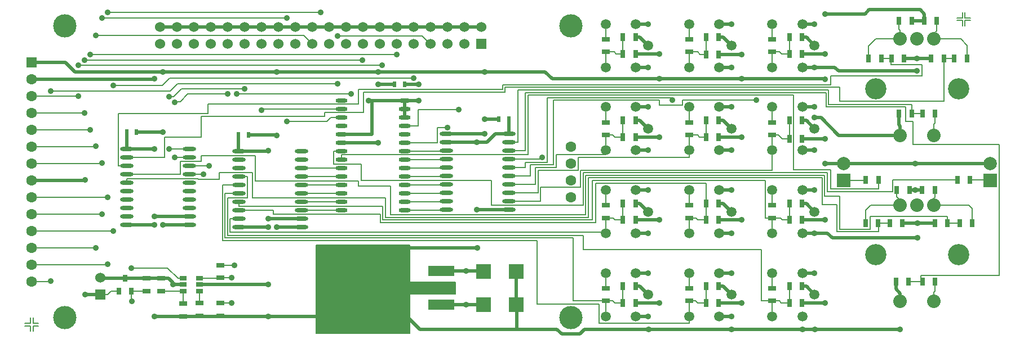
<source format=gbl>
G04 #@! TF.FileFunction,Copper,L2,Bot,Signal*
%FSLAX46Y46*%
G04 Gerber Fmt 4.6, Leading zero omitted, Abs format (unit mm)*
G04 Created by KiCad (PCBNEW 4.0.6) date 11/21/17 15:35:42*
%MOMM*%
%LPD*%
G01*
G04 APERTURE LIST*
%ADD10C,0.100000*%
%ADD11C,0.203200*%
%ADD12C,3.500000*%
%ADD13R,1.600000X1.600000*%
%ADD14C,1.600000*%
%ADD15C,3.200000*%
%ADD16C,2.032000*%
%ADD17R,2.000000X2.000000*%
%ADD18C,2.000000*%
%ADD19C,1.500000*%
%ADD20O,2.000000X0.600000*%
%ADD21O,1.800000X0.600000*%
%ADD22R,0.700000X1.300000*%
%ADD23C,1.524000*%
%ADD24R,1.524000X1.524000*%
%ADD25R,1.300000X0.700000*%
%ADD26R,0.800000X1.000000*%
%ADD27R,1.000000X0.700000*%
%ADD28R,2.300000X2.250000*%
%ADD29R,0.600000X0.900000*%
%ADD30R,10.000000X10.000000*%
%ADD31R,4.000000X1.500000*%
%ADD32C,0.914400*%
%ADD33C,0.508000*%
%ADD34C,0.200000*%
G04 APERTURE END LIST*
D10*
D11*
X1796800Y1796800D02*
X984000Y1796800D01*
X1796800Y1796800D02*
X1796800Y984000D01*
X2203200Y2203200D02*
X2203200Y3016000D01*
X2203200Y2203200D02*
X3016000Y2203200D01*
X2203200Y1796800D02*
X2203200Y984000D01*
X2203200Y1796800D02*
X3016000Y1796800D01*
X1796800Y2203200D02*
X984000Y2203200D01*
X1796800Y2203200D02*
X1796800Y3016000D01*
X141796800Y47796800D02*
X140984000Y47796800D01*
X141796800Y47796800D02*
X141796800Y46984000D01*
X142203200Y48203200D02*
X142203200Y49016000D01*
X142203200Y48203200D02*
X143016000Y48203200D01*
X142203200Y47796800D02*
X142203200Y46984000D01*
X142203200Y47796800D02*
X143016000Y47796800D01*
X141796800Y48203200D02*
X140984000Y48203200D01*
X141796800Y48203200D02*
X141796800Y49016000D01*
D12*
X6920000Y47000000D03*
X83000000Y47000000D03*
X83000000Y3000000D03*
X6920000Y3000000D03*
D13*
X2000000Y41510000D03*
D14*
X2000000Y38970000D03*
X2000000Y36430000D03*
X2000000Y33890000D03*
X2000000Y31350000D03*
X2000000Y28810000D03*
X2000000Y26270000D03*
X2000000Y23730000D03*
X2000000Y21190000D03*
X2000000Y18650000D03*
X2000000Y16110000D03*
X2000000Y13570000D03*
X2000000Y11030000D03*
X2000000Y8490000D03*
X83000000Y28810000D03*
X83000000Y26270000D03*
X83000000Y23730000D03*
X83000000Y21190000D03*
D15*
X128750000Y37500000D03*
X141250000Y37500000D03*
D16*
X137540000Y45000000D03*
X135000000Y45000000D03*
X132460000Y45000000D03*
X132460000Y30500000D03*
X137540000Y30500000D03*
D17*
X124000000Y23700000D03*
D18*
X124000000Y26240000D03*
D17*
X146000000Y23700000D03*
D18*
X146000000Y26240000D03*
D19*
X100750000Y40750000D03*
X100750000Y47250000D03*
X105250000Y40750000D03*
X105250000Y47250000D03*
X107100000Y44000000D03*
X113250000Y40750000D03*
X113250000Y47250000D03*
X117750000Y40750000D03*
X117750000Y47250000D03*
X119600000Y44000000D03*
X88250000Y28250000D03*
X88250000Y34750000D03*
X92750000Y28250000D03*
X92750000Y34750000D03*
X94600000Y31500000D03*
X100750000Y28250000D03*
X100750000Y34750000D03*
X105250000Y28250000D03*
X105250000Y34750000D03*
X107100000Y31500000D03*
X113250000Y28250000D03*
X113250000Y34750000D03*
X117750000Y28250000D03*
X117750000Y34750000D03*
X119600000Y31500000D03*
X88250000Y15750000D03*
X88250000Y22250000D03*
X92750000Y15750000D03*
X92750000Y22250000D03*
X94600000Y19000000D03*
X100750000Y15750000D03*
X100750000Y22250000D03*
X105250000Y15750000D03*
X105250000Y22250000D03*
X107100000Y19000000D03*
X113250000Y15750000D03*
X113250000Y22250000D03*
X117750000Y15750000D03*
X117750000Y22250000D03*
X119600000Y19000000D03*
X100750000Y3250000D03*
X100750000Y9750000D03*
X105250000Y3250000D03*
X105250000Y9750000D03*
X107100000Y6500000D03*
D20*
X73700000Y30715000D03*
X73700000Y29445000D03*
X73700000Y28175000D03*
X73700000Y26905000D03*
X73700000Y25635000D03*
X73700000Y24365000D03*
X73700000Y23095000D03*
X73700000Y21825000D03*
X73700000Y20555000D03*
X73700000Y19285000D03*
X64300000Y19285000D03*
X64300000Y20555000D03*
X64300000Y21825000D03*
X64300000Y23095000D03*
X64300000Y24365000D03*
X64300000Y25635000D03*
X64300000Y26905000D03*
X64300000Y28175000D03*
X64300000Y29445000D03*
X64300000Y30715000D03*
X33100000Y16685000D03*
X33100000Y17955000D03*
X33100000Y19225000D03*
X33100000Y20495000D03*
X33100000Y21765000D03*
X33100000Y23035000D03*
X33100000Y24305000D03*
X33100000Y25575000D03*
X33100000Y26845000D03*
X33100000Y28115000D03*
X42500000Y28115000D03*
X42500000Y26845000D03*
X42500000Y25575000D03*
X42500000Y24305000D03*
X42500000Y23035000D03*
X42500000Y21765000D03*
X42500000Y20495000D03*
X42500000Y19225000D03*
X42500000Y17955000D03*
X42500000Y16685000D03*
D21*
X48500000Y19245000D03*
X48500000Y20515000D03*
X48500000Y21785000D03*
X48500000Y23055000D03*
X48500000Y24325000D03*
X48500000Y25595000D03*
X48500000Y26865000D03*
X48500000Y28135000D03*
X48500000Y29405000D03*
X48500000Y30675000D03*
X48500000Y31945000D03*
X48500000Y33215000D03*
X48500000Y34485000D03*
X48500000Y35755000D03*
X58000000Y35755000D03*
X58000000Y34485000D03*
X58000000Y33215000D03*
X58000000Y31945000D03*
X58000000Y30675000D03*
X58000000Y29405000D03*
X58000000Y28135000D03*
X58000000Y26865000D03*
X58000000Y25595000D03*
X58000000Y24325000D03*
X58000000Y23055000D03*
X58000000Y21785000D03*
X58000000Y20515000D03*
X58000000Y19245000D03*
D22*
X90800000Y45250000D03*
X92700000Y45250000D03*
X103300000Y45250000D03*
X105200000Y45250000D03*
X115800000Y45250000D03*
X117700000Y45250000D03*
X90800000Y32750000D03*
X92700000Y32750000D03*
X103300000Y32750000D03*
X105200000Y32750000D03*
X115800000Y32750000D03*
X117700000Y32750000D03*
X90800000Y20250000D03*
X92700000Y20250000D03*
X103300000Y20250000D03*
X105200000Y20250000D03*
X115800000Y20250000D03*
X117700000Y20250000D03*
X90800000Y7750000D03*
X92700000Y7750000D03*
X139000000Y42100000D03*
X137100000Y42100000D03*
X131150000Y42100000D03*
X133050000Y42100000D03*
X139550000Y17300000D03*
X137650000Y17300000D03*
X130900000Y17300000D03*
X132800000Y17300000D03*
D23*
X69500000Y46790000D03*
D24*
X69500000Y44250000D03*
D23*
X66960000Y46790000D03*
X66960000Y44250000D03*
X64420000Y46790000D03*
X64420000Y44250000D03*
X61880000Y46790000D03*
X61880000Y44250000D03*
X59340000Y46790000D03*
X59340000Y44250000D03*
X56800000Y46790000D03*
X56800000Y44250000D03*
X54260000Y46790000D03*
X54260000Y44250000D03*
X51720000Y46790000D03*
X51720000Y44250000D03*
X49180000Y46790000D03*
X49180000Y44250000D03*
X46640000Y46790000D03*
X46640000Y44250000D03*
X44100000Y46790000D03*
X44100000Y44250000D03*
X41560000Y46790000D03*
X41560000Y44250000D03*
X39020000Y46790000D03*
X39020000Y44250000D03*
X36480000Y46790000D03*
X36480000Y44250000D03*
X33940000Y46790000D03*
X33940000Y44250000D03*
X31400000Y46790000D03*
X31400000Y44250000D03*
X28860000Y46790000D03*
X28860000Y44250000D03*
X26320000Y46790000D03*
X26320000Y44250000D03*
X23780000Y46790000D03*
X23780000Y44250000D03*
X21240000Y46790000D03*
X21240000Y44250000D03*
D22*
X136050000Y47750000D03*
X137950000Y47750000D03*
X134200000Y47750000D03*
X132300000Y47750000D03*
X135750000Y22300000D03*
X137650000Y22300000D03*
X133850000Y22300000D03*
X131950000Y22300000D03*
X92700000Y42750000D03*
X90800000Y42750000D03*
X105200000Y42700000D03*
X103300000Y42700000D03*
X117700000Y42750000D03*
X115800000Y42750000D03*
X92700000Y30250000D03*
X90800000Y30250000D03*
X105200000Y30250000D03*
X103300000Y30250000D03*
X117700000Y30000000D03*
X115800000Y30000000D03*
X92700000Y17750000D03*
X90800000Y17750000D03*
X105200000Y17750000D03*
X103300000Y17750000D03*
X117700000Y17750000D03*
X115800000Y17750000D03*
X92700000Y5250000D03*
X90800000Y5250000D03*
X137700000Y33750000D03*
X135800000Y33750000D03*
X137700000Y8500000D03*
X135800000Y8500000D03*
D25*
X88250000Y44950000D03*
X88250000Y43050000D03*
X100750000Y44950000D03*
X100750000Y43050000D03*
X113250000Y44950000D03*
X113250000Y43050000D03*
X88250000Y32450000D03*
X88250000Y30550000D03*
X100750000Y32450000D03*
X100750000Y30550000D03*
X113250000Y32450000D03*
X113250000Y30550000D03*
X88250000Y19950000D03*
X88250000Y18050000D03*
X100750000Y19950000D03*
X100750000Y18050000D03*
X113250000Y19950000D03*
X113250000Y18050000D03*
X88250000Y7450000D03*
X88250000Y5550000D03*
D22*
X142500000Y42100000D03*
X140600000Y42100000D03*
X127700000Y42100000D03*
X129600000Y42100000D03*
X143300000Y17300000D03*
X141400000Y17300000D03*
X127250000Y17300000D03*
X129150000Y17300000D03*
X105200000Y5250000D03*
X103300000Y5250000D03*
D15*
X128750000Y12500000D03*
X141250000Y12500000D03*
D16*
X137540000Y20000000D03*
X135000000Y20000000D03*
X132460000Y20000000D03*
X132460000Y5500000D03*
X137540000Y5500000D03*
D19*
X88250000Y3250000D03*
X88250000Y9750000D03*
X92750000Y3250000D03*
X92750000Y9750000D03*
X94600000Y6500000D03*
D22*
X134200000Y33750000D03*
X132300000Y33750000D03*
X133700000Y8500000D03*
X131800000Y8500000D03*
X103300000Y7750000D03*
X105200000Y7750000D03*
X115800000Y7750000D03*
X117700000Y7750000D03*
D23*
X12250000Y9040000D03*
D24*
X12250000Y6500000D03*
D26*
X16000000Y9000000D03*
X16950000Y7000000D03*
X15050000Y7000000D03*
D25*
X100750000Y7450000D03*
X100750000Y5550000D03*
D22*
X117700000Y5250000D03*
X115800000Y5250000D03*
D25*
X113250000Y7450000D03*
X113250000Y5550000D03*
D19*
X88250000Y40750000D03*
X88250000Y47250000D03*
X92750000Y40750000D03*
X92750000Y47250000D03*
X94600000Y44000000D03*
X113250000Y3250000D03*
X113250000Y9750000D03*
X117750000Y3250000D03*
X117750000Y9750000D03*
X119600000Y6500000D03*
D20*
X16300000Y17035000D03*
X16300000Y18305000D03*
X16300000Y19575000D03*
X16300000Y20845000D03*
X16300000Y22115000D03*
X16300000Y23385000D03*
X16300000Y24655000D03*
X16300000Y25925000D03*
X16300000Y27195000D03*
X16300000Y28465000D03*
X25700000Y28465000D03*
X25700000Y27195000D03*
X25700000Y25925000D03*
X25700000Y24655000D03*
X25700000Y23385000D03*
X25700000Y22115000D03*
X25700000Y20845000D03*
X25700000Y19575000D03*
X25700000Y18305000D03*
X25700000Y17035000D03*
D27*
X27150000Y8950000D03*
X27150000Y8000000D03*
X27150000Y7050000D03*
X24750000Y7050000D03*
X24750000Y8000000D03*
X24750000Y8950000D03*
D25*
X19250000Y7050000D03*
X19250000Y8950000D03*
X30300000Y10950000D03*
X30300000Y9050000D03*
X30300000Y5200000D03*
X30300000Y3300000D03*
X27150000Y5200000D03*
X27150000Y3300000D03*
X21450000Y7050000D03*
X21450000Y8950000D03*
X24750000Y5150000D03*
X24750000Y3250000D03*
D22*
X129200000Y23750000D03*
X127300000Y23750000D03*
X141050000Y23750000D03*
X142950000Y23750000D03*
D28*
X69850000Y10000000D03*
X74750000Y10000000D03*
X69850000Y5000000D03*
X74750000Y5000000D03*
D29*
X72150000Y32900000D03*
X73650000Y32900000D03*
X56500000Y38150000D03*
X58000000Y38150000D03*
X34550000Y30550000D03*
X33050000Y30550000D03*
D30*
X53550000Y7500000D03*
D31*
X63550000Y10040000D03*
X63550000Y4960000D03*
X63550000Y7500000D03*
D29*
X17750000Y31000000D03*
X16250000Y31000000D03*
D32*
X57500000Y13500000D03*
X55500000Y13500000D03*
X51500000Y13500000D03*
X49500000Y13500000D03*
X47450000Y5500000D03*
X47450000Y7500000D03*
X47450000Y9500000D03*
X47450000Y11500000D03*
X45500000Y3250000D03*
X45500000Y5500000D03*
X45500000Y7500000D03*
X45500000Y9500000D03*
X45500000Y11500000D03*
X55500000Y1500000D03*
X53500000Y1500000D03*
X51500000Y1500000D03*
X49500000Y1500000D03*
X47500000Y1500000D03*
X47450000Y3500000D03*
X47450000Y13500000D03*
X57450000Y1500000D03*
X45450000Y1500000D03*
X45450000Y13500000D03*
X119600000Y33150000D03*
X60150000Y35750000D03*
X60150000Y38150000D03*
X135000000Y40200000D03*
X135000000Y42100000D03*
X135050000Y15050000D03*
X135050000Y17300000D03*
X119600000Y34750000D03*
X107100000Y34800000D03*
X94600000Y34800000D03*
X94600000Y22250000D03*
X107100000Y22250000D03*
X119600000Y22250000D03*
X119600000Y9750000D03*
X107100000Y9750000D03*
X94600000Y9750000D03*
X94600000Y3250000D03*
X107100000Y3250000D03*
X119600000Y15750000D03*
X107100000Y15750000D03*
X94600000Y15750000D03*
X119600000Y28250000D03*
X107100000Y28250000D03*
X94600000Y28250000D03*
X107100000Y40750000D03*
X119600000Y40750000D03*
X119600000Y47250000D03*
X107100000Y47250000D03*
X68850000Y19300000D03*
X68850000Y29450000D03*
X68950000Y13500000D03*
X52650000Y13500000D03*
X52550000Y35750000D03*
X37500000Y8000000D03*
X20400000Y39000000D03*
X37500000Y17950000D03*
X37500000Y16700000D03*
X37500000Y3250000D03*
X37500000Y28150000D03*
X20400000Y18300000D03*
X20400000Y17050000D03*
X20400000Y28450000D03*
X20400000Y3250000D03*
X94600000Y47250000D03*
X94600000Y40750000D03*
X94650000Y1250000D03*
X107100000Y1250000D03*
X119650000Y1300000D03*
X117750000Y1300000D03*
X132400000Y1300000D03*
X78662100Y27156000D03*
X98252000Y35805600D03*
X110819200Y35805200D03*
X13400000Y11050000D03*
X45400000Y49050000D03*
X13400000Y49050000D03*
X13400000Y21200000D03*
X12550000Y18650000D03*
X40300000Y48150000D03*
X12550000Y48150000D03*
X12550000Y26300000D03*
X11650000Y13550000D03*
X11650000Y45550000D03*
X11650000Y28850000D03*
X56800000Y42650000D03*
X10800000Y42700000D03*
X10800000Y31350000D03*
X51700000Y41850000D03*
X9900000Y41850000D03*
X9900000Y33900000D03*
X54600000Y41050000D03*
X9000000Y41050000D03*
X9000000Y36400000D03*
X21700000Y17050000D03*
X121200000Y48800000D03*
X134750000Y22300000D03*
X134750000Y26250000D03*
X121200000Y26250000D03*
X121200000Y30000000D03*
X121200000Y17750000D03*
X121200000Y5250000D03*
X108600000Y30250000D03*
X108600000Y17750000D03*
X108600000Y5250000D03*
X108600000Y39000000D03*
X108600000Y42700000D03*
X96250000Y30250000D03*
X96250000Y17750000D03*
X96250000Y5250000D03*
X96250000Y39000000D03*
X96250000Y42750000D03*
X121200000Y38950000D03*
X121200000Y42750000D03*
X54000000Y38150000D03*
X70000000Y32900000D03*
X70000000Y30700000D03*
X54000000Y40050000D03*
X54000000Y29400000D03*
X21700000Y31000000D03*
X38750000Y30500000D03*
X38750000Y40050000D03*
X38750000Y16650000D03*
X21700000Y40050000D03*
X23250000Y8000000D03*
X67250000Y4960000D03*
X70000000Y40050000D03*
X66165900Y34357000D03*
X64420000Y31696900D03*
X36500000Y34300000D03*
X33950000Y37500000D03*
X22650000Y36350000D03*
X22650000Y28450000D03*
X31400000Y36700000D03*
X23500000Y35500000D03*
X23500000Y27200000D03*
X28600000Y25900000D03*
X27800000Y24650000D03*
X10000000Y6500000D03*
X10000000Y23750000D03*
X59350000Y39100000D03*
X14250000Y38000000D03*
X14250000Y16100000D03*
X47900000Y45500000D03*
X47900000Y38300000D03*
X4850000Y37200000D03*
X4850000Y8550000D03*
X50000000Y36700000D03*
X32800000Y36700000D03*
X32400000Y10950000D03*
X17000000Y5500000D03*
X16950000Y10500000D03*
X32050000Y5200000D03*
X32050000Y9050000D03*
X67200000Y10050000D03*
X40300000Y32600000D03*
D33*
X47450000Y13500000D02*
X47450000Y11500000D01*
X47450000Y11500000D02*
X47450000Y9500000D01*
X47450000Y9500000D02*
X47450000Y7500000D01*
X47450000Y7500000D02*
X47450000Y5500000D01*
X47450000Y5500000D02*
X47450000Y3500000D01*
X45450000Y1500000D02*
X47500000Y1500000D01*
X47500000Y1500000D02*
X49500000Y1500000D01*
X49500000Y1500000D02*
X51500000Y1500000D01*
X51500000Y1500000D02*
X53500000Y1500000D01*
X53500000Y1500000D02*
X55500000Y1500000D01*
X55500000Y1500000D02*
X57450000Y1500000D01*
X52650000Y13500000D02*
X51500000Y13500000D01*
X51500000Y13500000D02*
X49500000Y13500000D01*
X49500000Y13500000D02*
X47450000Y13500000D01*
X47450000Y13500000D02*
X45450000Y13500000D01*
X120550000Y33150000D02*
X119600000Y33150000D01*
X123200000Y30500000D02*
X120550000Y33150000D01*
X132460000Y30500000D02*
X123200000Y30500000D01*
X58000000Y38150000D02*
X60150000Y38150000D01*
X60145000Y35755000D02*
X58000000Y35755000D01*
X60150000Y35750000D02*
X60145000Y35755000D01*
X122650000Y40750000D02*
X119600000Y40750000D01*
X123200000Y40200000D02*
X122650000Y40750000D01*
X135000000Y40200000D02*
X123200000Y40200000D01*
X132300000Y32050000D02*
X132300000Y33750000D01*
X132460000Y31890000D02*
X132300000Y32050000D01*
X132460000Y30500000D02*
X132460000Y31890000D01*
X121550000Y15750000D02*
X119600000Y15750000D01*
X122250000Y15050000D02*
X121550000Y15750000D01*
X135050000Y15050000D02*
X122250000Y15050000D01*
X131800000Y7350000D02*
X131800000Y8500000D01*
X132460000Y6690000D02*
X131800000Y7350000D01*
X132460000Y5500000D02*
X132460000Y6690000D01*
X118350000Y32750000D02*
X119600000Y31500000D01*
X117700000Y32750000D02*
X118350000Y32750000D01*
X117750000Y34750000D02*
X119600000Y34750000D01*
X105850000Y32750000D02*
X107100000Y31500000D01*
X105200000Y32750000D02*
X105850000Y32750000D01*
X107050000Y34750000D02*
X107100000Y34800000D01*
X105250000Y34750000D02*
X107050000Y34750000D01*
X93350000Y32750000D02*
X94600000Y31500000D01*
X92700000Y32750000D02*
X93350000Y32750000D01*
X94550000Y34750000D02*
X94600000Y34800000D01*
X92750000Y34750000D02*
X94550000Y34750000D01*
X93350000Y20250000D02*
X94600000Y19000000D01*
X92700000Y20250000D02*
X93350000Y20250000D01*
X92750000Y22250000D02*
X94600000Y22250000D01*
X105850000Y20250000D02*
X107100000Y19000000D01*
X105200000Y20250000D02*
X105850000Y20250000D01*
X105250000Y22250000D02*
X107100000Y22250000D01*
X118350000Y20250000D02*
X119600000Y19000000D01*
X117700000Y20250000D02*
X118350000Y20250000D01*
X117750000Y22250000D02*
X119600000Y22250000D01*
X118350000Y7750000D02*
X119600000Y6500000D01*
X117700000Y7750000D02*
X118350000Y7750000D01*
X117750000Y9750000D02*
X119600000Y9750000D01*
X105850000Y7750000D02*
X107100000Y6500000D01*
X105200000Y7750000D02*
X105850000Y7750000D01*
X105250000Y9750000D02*
X107100000Y9750000D01*
X93350000Y7750000D02*
X94600000Y6500000D01*
X92700000Y7750000D02*
X93350000Y7750000D01*
X92750000Y9750000D02*
X94600000Y9750000D01*
X92750000Y3250000D02*
X94600000Y3250000D01*
X105250000Y3250000D02*
X107100000Y3250000D01*
X117750000Y15750000D02*
X119600000Y15750000D01*
X105250000Y15750000D02*
X107100000Y15750000D01*
X92750000Y15750000D02*
X94600000Y15750000D01*
X117750000Y28250000D02*
X119600000Y28250000D01*
X105250000Y28250000D02*
X107100000Y28250000D01*
X92750000Y28250000D02*
X94600000Y28250000D01*
X105250000Y40750000D02*
X107100000Y40750000D01*
X117750000Y40750000D02*
X119600000Y40750000D01*
X118350000Y45250000D02*
X119600000Y44000000D01*
X117700000Y45250000D02*
X118350000Y45250000D01*
X119600000Y47250000D02*
X117750000Y47250000D01*
X105850000Y45250000D02*
X107100000Y44000000D01*
X105200000Y45250000D02*
X105850000Y45250000D01*
X107100000Y47250000D02*
X105250000Y47250000D01*
X68865000Y19285000D02*
X68850000Y19300000D01*
X73700000Y19285000D02*
X68865000Y19285000D01*
X71665000Y30715000D02*
X73700000Y30715000D01*
X70400000Y29450000D02*
X71665000Y30715000D01*
X68850000Y29450000D02*
X70400000Y29450000D01*
X52650000Y13500000D02*
X55500000Y13500000D01*
X55500000Y13500000D02*
X57500000Y13500000D01*
X57500000Y13500000D02*
X68950000Y13500000D01*
X68845000Y29445000D02*
X64300000Y29445000D01*
X68850000Y29450000D02*
X68845000Y29445000D01*
X58000000Y34485000D02*
X58000000Y35755000D01*
X58000000Y33215000D02*
X58000000Y34485000D01*
X27150000Y8000000D02*
X37500000Y8000000D01*
X20370000Y38970000D02*
X20400000Y39000000D01*
X2000000Y38970000D02*
X20370000Y38970000D01*
X73700000Y32850000D02*
X73650000Y32900000D01*
X73700000Y30715000D02*
X73700000Y32850000D01*
X33050000Y28165000D02*
X33100000Y28115000D01*
X33050000Y30550000D02*
X33050000Y28165000D01*
X16250000Y28515000D02*
X16300000Y28465000D01*
X16250000Y31000000D02*
X16250000Y28515000D01*
X37505000Y17955000D02*
X37500000Y17950000D01*
X42500000Y17955000D02*
X37505000Y17955000D01*
X37485000Y16685000D02*
X37500000Y16700000D01*
X33100000Y16685000D02*
X37485000Y16685000D01*
X37465000Y28115000D02*
X33100000Y28115000D01*
X37500000Y28150000D02*
X37465000Y28115000D01*
X20405000Y18305000D02*
X20400000Y18300000D01*
X25700000Y18305000D02*
X20405000Y18305000D01*
X20385000Y17035000D02*
X20400000Y17050000D01*
X16300000Y17035000D02*
X20385000Y17035000D01*
X20385000Y28465000D02*
X20400000Y28450000D01*
X16300000Y28465000D02*
X20385000Y28465000D01*
X53550000Y7500000D02*
X53550000Y6050000D01*
X93350000Y45250000D02*
X94600000Y44000000D01*
X92700000Y45250000D02*
X93350000Y45250000D01*
X92750000Y47250000D02*
X94600000Y47250000D01*
X92750000Y40750000D02*
X94600000Y40750000D01*
X94650000Y1250000D02*
X94650000Y1300000D01*
X107100000Y1250000D02*
X107100000Y1300000D01*
X21240000Y46790000D02*
X23780000Y46790000D01*
X60300000Y1300000D02*
X74850000Y1300000D01*
X54100000Y7500000D02*
X60300000Y1300000D01*
X53550000Y7500000D02*
X54100000Y7500000D01*
X107100000Y1300000D02*
X117750000Y1300000D01*
X85050000Y1300000D02*
X94650000Y1300000D01*
X84300000Y550000D02*
X85050000Y1300000D01*
X81650000Y550000D02*
X84300000Y550000D01*
X80900000Y1300000D02*
X81650000Y550000D01*
X74850000Y1300000D02*
X80900000Y1300000D01*
X94650000Y1300000D02*
X107100000Y1300000D01*
X46500000Y3250000D02*
X45500000Y3250000D01*
X45500000Y3250000D02*
X37500000Y3250000D01*
X50750000Y7500000D02*
X46500000Y3250000D01*
X53550000Y7500000D02*
X50750000Y7500000D01*
X132800000Y17300000D02*
X135050000Y17300000D01*
X135050000Y17300000D02*
X137650000Y17300000D01*
X133050000Y42100000D02*
X135000000Y42100000D01*
X135000000Y42100000D02*
X137100000Y42100000D01*
X74750000Y10000000D02*
X74750000Y5000000D01*
X74850000Y4900000D02*
X74850000Y1300000D01*
X74750000Y5000000D02*
X74850000Y4900000D01*
X24750000Y3250000D02*
X20400000Y3250000D01*
X117750000Y1300000D02*
X119650000Y1300000D01*
X119650000Y1300000D02*
X132400000Y1300000D01*
X23780000Y46790000D02*
X26320000Y46790000D01*
X26320000Y46790000D02*
X28860000Y46790000D01*
X28860000Y46790000D02*
X31400000Y46790000D01*
X31400000Y46790000D02*
X33940000Y46790000D01*
X33940000Y46790000D02*
X36480000Y46790000D01*
X36480000Y46790000D02*
X39020000Y46790000D01*
X39020000Y46790000D02*
X41560000Y46790000D01*
X41560000Y46790000D02*
X44100000Y46790000D01*
X44100000Y46790000D02*
X46640000Y46790000D01*
X46640000Y46790000D02*
X49180000Y46790000D01*
X49180000Y46790000D02*
X51720000Y46790000D01*
X51720000Y46790000D02*
X54260000Y46790000D01*
X54260000Y46790000D02*
X56800000Y46790000D01*
X56800000Y46790000D02*
X59340000Y46790000D01*
X59340000Y46790000D02*
X61880000Y46790000D01*
X61880000Y46790000D02*
X64420000Y46790000D01*
X64420000Y46790000D02*
X66960000Y46790000D01*
X66960000Y46790000D02*
X69500000Y46790000D01*
X27150000Y3250000D02*
X24750000Y3250000D01*
X27150000Y3250000D02*
X27150000Y3300000D01*
X30300000Y3250000D02*
X27150000Y3250000D01*
X37500000Y3250000D02*
X30300000Y3250000D01*
X30300000Y3250000D02*
X30300000Y3300000D01*
X52555000Y35755000D02*
X53085200Y35755000D01*
X52550000Y35750000D02*
X52555000Y35755000D01*
X53085200Y35755000D02*
X58000000Y35755000D01*
X53085200Y30675000D02*
X48500000Y30675000D01*
X53085200Y35755000D02*
X53085200Y30675000D01*
D11*
X134200000Y33750000D02*
X135800000Y33750000D01*
X75007100Y29445000D02*
X73700000Y29445000D01*
X75007100Y37330900D02*
X75007100Y29445000D01*
X121685200Y37330900D02*
X75007100Y37330900D01*
X121685200Y35162700D02*
X121685200Y37330900D01*
X134200000Y35162700D02*
X121685200Y35162700D01*
X134200000Y33750000D02*
X134200000Y35162700D01*
X133700000Y8500000D02*
X135531900Y8500000D01*
X135531900Y8500000D02*
X135800000Y8500000D01*
X76140500Y28175000D02*
X73700000Y28175000D01*
X76140500Y36949600D02*
X76140500Y28175000D01*
X121303800Y36949600D02*
X76140500Y36949600D01*
X121303800Y34781400D02*
X121303800Y36949600D01*
X133262700Y34781400D02*
X121303800Y34781400D01*
X133262700Y32609200D02*
X133262700Y34781400D01*
X134397000Y32609200D02*
X133262700Y32609200D01*
X134397000Y29114400D02*
X134397000Y32609200D01*
X147305200Y29114400D02*
X134397000Y29114400D01*
X147305200Y9429800D02*
X147305200Y29114400D01*
X135531900Y9429800D02*
X147305200Y9429800D01*
X135531900Y8500000D02*
X135531900Y9429800D01*
X88250000Y40750000D02*
X88250000Y43050000D01*
X89800000Y42750000D02*
X90800000Y42750000D01*
X89500000Y43050000D02*
X89800000Y42750000D01*
X88250000Y43050000D02*
X89500000Y43050000D01*
X90800000Y45250000D02*
X90800000Y42750000D01*
X78662100Y26905000D02*
X73700000Y26905000D01*
X78662100Y27156000D02*
X78662100Y26905000D01*
X100750000Y43050000D02*
X100750000Y40750000D01*
X102350000Y42700000D02*
X103300000Y42700000D01*
X102000000Y43050000D02*
X102350000Y42700000D01*
X100750000Y43050000D02*
X102000000Y43050000D01*
X103300000Y42700000D02*
X103300000Y45250000D01*
X76161500Y25635000D02*
X73700000Y25635000D01*
X76161500Y26411000D02*
X76161500Y25635000D01*
X79430500Y26411000D02*
X76161500Y26411000D01*
X79430500Y36186900D02*
X79430500Y26411000D01*
X98252000Y36186900D02*
X79430500Y36186900D01*
X98252000Y35805600D02*
X98252000Y36186900D01*
X113250000Y43050000D02*
X113250000Y40750000D01*
X114650000Y42750000D02*
X115800000Y42750000D01*
X114350000Y43050000D02*
X114650000Y42750000D01*
X113250000Y43050000D02*
X114350000Y43050000D01*
X115800000Y42750000D02*
X115800000Y45250000D01*
X76924300Y24365000D02*
X73700000Y24365000D01*
X76924300Y26029700D02*
X76924300Y24365000D01*
X80394800Y26029700D02*
X76924300Y26029700D01*
X80394800Y35805200D02*
X80394800Y26029700D01*
X96278400Y35805200D02*
X80394800Y35805200D01*
X96278400Y35068600D02*
X96278400Y35805200D01*
X99720200Y35068600D02*
X96278400Y35068600D01*
X99720200Y35805200D02*
X99720200Y35068600D01*
X110819200Y35805200D02*
X99720200Y35805200D01*
X90800000Y32750000D02*
X90800000Y30250000D01*
X89550000Y30250000D02*
X90800000Y30250000D01*
X89250000Y30550000D02*
X89550000Y30250000D01*
X88250000Y30550000D02*
X89250000Y30550000D01*
X88250000Y30550000D02*
X88250000Y28250000D01*
X77686900Y23095000D02*
X73700000Y23095000D01*
X77686900Y25648300D02*
X77686900Y23095000D01*
X80776300Y25648300D02*
X77686900Y25648300D01*
X80776300Y27595600D02*
X80776300Y25648300D01*
X88250000Y27595600D02*
X80776300Y27595600D01*
X88250000Y28250000D02*
X88250000Y27595600D01*
X103300000Y32750000D02*
X103300000Y30250000D01*
X102300000Y30250000D02*
X103300000Y30250000D01*
X102000000Y30550000D02*
X102300000Y30250000D01*
X100750000Y30550000D02*
X102000000Y30550000D01*
X100750000Y30550000D02*
X100750000Y28250000D01*
X100750000Y27186600D02*
X100750000Y28250000D01*
X84079700Y27186600D02*
X100750000Y27186600D01*
X84079700Y25190300D02*
X84079700Y27186600D01*
X78068300Y25190300D02*
X84079700Y25190300D01*
X78068300Y21825000D02*
X78068300Y25190300D01*
X73700000Y21825000D02*
X78068300Y21825000D01*
X115800000Y32750000D02*
X115800000Y30000000D01*
X114700000Y30000000D02*
X115800000Y30000000D01*
X114150000Y30550000D02*
X114700000Y30000000D01*
X113250000Y30550000D02*
X114150000Y30550000D01*
X113250000Y30550000D02*
X113250000Y28250000D01*
X78450000Y20555000D02*
X73700000Y20555000D01*
X78450000Y22650200D02*
X78450000Y20555000D01*
X84461000Y22650200D02*
X78450000Y22650200D01*
X84461000Y25232200D02*
X84461000Y22650200D01*
X113250000Y25232200D02*
X84461000Y25232200D01*
X113250000Y28250000D02*
X113250000Y25232200D01*
X89600000Y17750000D02*
X90800000Y17750000D01*
X89300000Y18050000D02*
X89600000Y17750000D01*
X88250000Y18050000D02*
X89300000Y18050000D01*
X90800000Y20250000D02*
X90800000Y17750000D01*
X88250000Y18050000D02*
X88250000Y15887600D01*
X88250000Y15887600D02*
X88250000Y15750000D01*
X31794800Y17955000D02*
X33100000Y17955000D01*
X31794800Y15887600D02*
X31794800Y17955000D01*
X88250000Y15887600D02*
X31794800Y15887600D01*
X103300000Y20250000D02*
X103300000Y17750000D01*
X102050000Y17750000D02*
X103300000Y17750000D01*
X101750000Y18050000D02*
X102050000Y17750000D01*
X100750000Y18050000D02*
X101750000Y18050000D01*
X100750000Y18050000D02*
X100750000Y15750000D01*
X103300000Y23305200D02*
X103300000Y20250000D01*
X86744800Y23305200D02*
X103300000Y23305200D01*
X86744800Y17381800D02*
X86744800Y23305200D01*
X54337300Y17381800D02*
X86744800Y17381800D01*
X54337300Y18645200D02*
X54337300Y17381800D01*
X38262400Y18645200D02*
X54337300Y18645200D01*
X38262400Y19225000D02*
X38262400Y18645200D01*
X33100000Y19225000D02*
X38262400Y19225000D01*
X139000000Y42100000D02*
X140600000Y42100000D01*
X21913100Y27195000D02*
X16300000Y27195000D01*
X21913100Y30237600D02*
X21913100Y27195000D01*
X27453600Y30237600D02*
X21913100Y30237600D01*
X27453600Y33381600D02*
X27453600Y30237600D01*
X45994800Y33381600D02*
X27453600Y33381600D01*
X45994800Y33905200D02*
X45994800Y33381600D01*
X51787600Y33905200D02*
X45994800Y33905200D01*
X51787600Y37006200D02*
X51787600Y33905200D01*
X73115000Y37006200D02*
X51787600Y37006200D01*
X73115000Y37712200D02*
X73115000Y37006200D01*
X123389500Y37712200D02*
X73115000Y37712200D01*
X123389500Y35620200D02*
X123389500Y37712200D01*
X139000000Y35620200D02*
X123389500Y35620200D01*
X139000000Y42100000D02*
X139000000Y35620200D01*
X131150000Y42100000D02*
X131039800Y42100000D01*
X131039800Y42100000D02*
X129600000Y42100000D01*
X14994800Y25925000D02*
X16300000Y25925000D01*
X14994800Y33763000D02*
X14994800Y25925000D01*
X28434100Y33763000D02*
X14994800Y33763000D01*
X28434100Y35237000D02*
X28434100Y33763000D01*
X43903600Y35237000D02*
X28434100Y35237000D01*
X43903600Y35175200D02*
X43903600Y35237000D01*
X51024700Y35175200D02*
X43903600Y35175200D01*
X51024700Y37387600D02*
X51024700Y35175200D01*
X72733500Y37387600D02*
X51024700Y37387600D01*
X72733500Y38093600D02*
X72733500Y37387600D01*
X122030400Y38093600D02*
X72733500Y38093600D01*
X122030400Y39437600D02*
X122030400Y38093600D01*
X135762400Y39437600D02*
X122030400Y39437600D01*
X135762400Y41144800D02*
X135762400Y39437600D01*
X131039800Y41144800D02*
X135762400Y41144800D01*
X131039800Y42100000D02*
X131039800Y41144800D01*
X139550000Y17300000D02*
X141400000Y17300000D01*
X24328600Y24655000D02*
X16300000Y24655000D01*
X24328600Y26615200D02*
X24328600Y24655000D01*
X27421400Y26615200D02*
X24328600Y26615200D01*
X27421400Y27424700D02*
X27421400Y26615200D01*
X35558700Y27424700D02*
X27421400Y27424700D01*
X35558700Y23634800D02*
X35558700Y27424700D01*
X51083500Y23634800D02*
X35558700Y23634800D01*
X51083500Y22836800D02*
X51083500Y23634800D01*
X55862800Y22836800D02*
X51083500Y22836800D01*
X55862800Y18537600D02*
X55862800Y22836800D01*
X85223600Y18537600D02*
X55862800Y18537600D01*
X85223600Y24469600D02*
X85223600Y18537600D01*
X121086800Y24469600D02*
X85223600Y24469600D01*
X121086800Y21342300D02*
X121086800Y24469600D01*
X123406700Y21342300D02*
X121086800Y21342300D01*
X123406700Y16370200D02*
X123406700Y21342300D01*
X127961000Y16370200D02*
X123406700Y16370200D01*
X127961000Y18257300D02*
X127961000Y16370200D01*
X139550000Y18257300D02*
X127961000Y18257300D01*
X139550000Y17300000D02*
X139550000Y18257300D01*
X129150000Y17300000D02*
X129225800Y17300000D01*
X129225800Y17300000D02*
X130900000Y17300000D01*
X16300000Y23964800D02*
X16300000Y23385000D01*
X27063000Y23964800D02*
X16300000Y23964800D01*
X27063000Y23869400D02*
X27063000Y23964800D01*
X30178600Y23869400D02*
X27063000Y23869400D01*
X30178600Y24884800D02*
X30178600Y23869400D01*
X35177300Y24884800D02*
X30178600Y24884800D01*
X35177300Y21094800D02*
X35177300Y24884800D01*
X55100000Y21094800D02*
X35177300Y21094800D01*
X55100000Y18153200D02*
X55100000Y21094800D01*
X85604900Y18153200D02*
X55100000Y18153200D01*
X85604900Y24088300D02*
X85604900Y18153200D01*
X120705400Y24088300D02*
X85604900Y24088300D01*
X120705400Y20055200D02*
X120705400Y24088300D01*
X122917300Y20055200D02*
X120705400Y20055200D01*
X122917300Y15988800D02*
X122917300Y20055200D01*
X129225800Y15988800D02*
X122917300Y15988800D01*
X129225800Y17300000D02*
X129225800Y15988800D01*
X13380000Y11030000D02*
X13400000Y11050000D01*
X2000000Y11030000D02*
X13380000Y11030000D01*
X13400000Y49050000D02*
X45400000Y49050000D01*
X13390000Y21190000D02*
X13400000Y21200000D01*
X2000000Y21190000D02*
X13390000Y21190000D01*
X2000000Y18650000D02*
X12550000Y18650000D01*
X12550000Y48150000D02*
X40300000Y48150000D01*
X12520000Y26270000D02*
X12550000Y26300000D01*
X2000000Y26270000D02*
X12520000Y26270000D01*
X11630000Y13570000D02*
X11650000Y13550000D01*
X2000000Y13570000D02*
X11630000Y13570000D01*
X11610000Y28810000D02*
X11650000Y28850000D01*
X2000000Y28810000D02*
X11610000Y28810000D01*
X44100000Y44300000D02*
X44100000Y44250000D01*
X42850000Y45550000D02*
X44100000Y44300000D01*
X11650000Y45550000D02*
X42850000Y45550000D01*
X2000000Y31350000D02*
X10800000Y31350000D01*
X10850000Y42650000D02*
X56800000Y42650000D01*
X10800000Y42700000D02*
X10850000Y42650000D01*
X9900000Y41850000D02*
X51700000Y41850000D01*
X9890000Y33890000D02*
X9900000Y33900000D01*
X2000000Y33890000D02*
X9890000Y33890000D01*
X9000000Y41050000D02*
X54600000Y41050000D01*
X8970000Y36430000D02*
X9000000Y36400000D01*
X2000000Y36430000D02*
X8970000Y36430000D01*
D33*
X21715000Y17035000D02*
X21700000Y17050000D01*
X25700000Y17035000D02*
X21715000Y17035000D01*
X136050000Y48800000D02*
X136050000Y47750000D01*
X135450000Y49400000D02*
X136050000Y48800000D01*
X127800000Y49400000D02*
X135450000Y49400000D01*
X127200000Y48800000D02*
X127800000Y49400000D01*
X121200000Y48800000D02*
X127200000Y48800000D01*
X134750000Y26250000D02*
X134750000Y26240000D01*
X121210000Y26240000D02*
X121200000Y26250000D01*
X124000000Y26240000D02*
X121210000Y26240000D01*
X117700000Y30000000D02*
X121200000Y30000000D01*
X117700000Y17750000D02*
X121200000Y17750000D01*
X121200000Y5250000D02*
X117700000Y5250000D01*
X105200000Y30250000D02*
X108600000Y30250000D01*
X105200000Y17750000D02*
X108600000Y17750000D01*
X108600000Y5250000D02*
X105200000Y5250000D01*
X105200000Y42700000D02*
X108600000Y42700000D01*
X92700000Y30250000D02*
X96250000Y30250000D01*
X92700000Y17750000D02*
X96250000Y17750000D01*
X96250000Y5250000D02*
X92700000Y5250000D01*
X92700000Y42750000D02*
X96250000Y42750000D01*
X134200000Y47750000D02*
X136050000Y47750000D01*
X117700000Y42750000D02*
X121200000Y42750000D01*
X56500000Y38150000D02*
X54000000Y38150000D01*
X72150000Y32900000D02*
X70000000Y32900000D01*
X69985000Y30715000D02*
X70000000Y30700000D01*
X64300000Y30715000D02*
X69985000Y30715000D01*
X53995000Y29405000D02*
X48500000Y29405000D01*
X54000000Y29400000D02*
X53995000Y29405000D01*
X17750000Y31000000D02*
X21700000Y31000000D01*
X38700000Y30550000D02*
X38750000Y30500000D01*
X34550000Y30550000D02*
X38700000Y30550000D01*
X38785000Y16685000D02*
X42500000Y16685000D01*
X38750000Y16650000D02*
X38785000Y16685000D01*
X12290000Y9000000D02*
X12250000Y9040000D01*
X16000000Y9000000D02*
X12290000Y9000000D01*
X16050000Y8950000D02*
X16000000Y9000000D01*
X19250000Y8950000D02*
X16050000Y8950000D01*
X24750000Y8000000D02*
X23250000Y8000000D01*
X7040000Y41510000D02*
X2000000Y41510000D01*
X8500000Y40050000D02*
X7040000Y41510000D01*
X21700000Y40050000D02*
X8500000Y40050000D01*
X63550000Y4960000D02*
X67250000Y4960000D01*
X69810000Y4960000D02*
X69850000Y5000000D01*
X67250000Y4960000D02*
X69810000Y4960000D01*
X80150000Y39000000D02*
X96250000Y39000000D01*
X79100000Y40050000D02*
X80150000Y39000000D01*
X70000000Y40050000D02*
X79100000Y40050000D01*
X22550000Y8950000D02*
X21450000Y8950000D01*
X23250000Y8250000D02*
X22550000Y8950000D01*
X23250000Y8000000D02*
X23250000Y8250000D01*
X21450000Y8950000D02*
X19250000Y8950000D01*
X124000000Y26240000D02*
X134750000Y26240000D01*
X134750000Y26240000D02*
X146000000Y26240000D01*
X133850000Y22300000D02*
X134750000Y22300000D01*
X134750000Y22300000D02*
X135750000Y22300000D01*
X96250000Y39000000D02*
X108600000Y39000000D01*
X121200000Y39000000D02*
X121200000Y38950000D01*
X108600000Y39000000D02*
X121200000Y39000000D01*
X38750000Y40050000D02*
X21700000Y40050000D01*
X70000000Y40050000D02*
X54000000Y40050000D01*
X54000000Y40050000D02*
X38750000Y40050000D01*
D11*
X60019000Y34357000D02*
X66165900Y34357000D01*
X60019000Y31945000D02*
X60019000Y34357000D01*
X58000000Y31945000D02*
X60019000Y31945000D01*
X62882900Y31696900D02*
X64420000Y31696900D01*
X62882900Y29405000D02*
X62882900Y31696900D01*
X58000000Y29405000D02*
X62882900Y29405000D01*
X48500000Y34485000D02*
X36685000Y34485000D01*
X36685000Y34485000D02*
X36500000Y34300000D01*
X24450000Y37500000D02*
X33950000Y37500000D01*
X23300000Y36350000D02*
X24450000Y37500000D01*
X22650000Y36350000D02*
X23300000Y36350000D01*
X22665000Y28465000D02*
X22650000Y28450000D01*
X25700000Y28465000D02*
X22665000Y28465000D01*
X25450000Y36700000D02*
X31400000Y36700000D01*
X24300000Y35550000D02*
X25450000Y36700000D01*
X23550000Y35550000D02*
X24300000Y35550000D01*
X23500000Y35500000D02*
X23550000Y35550000D01*
X23505000Y27195000D02*
X23500000Y27200000D01*
X25700000Y27195000D02*
X23505000Y27195000D01*
X28575000Y25925000D02*
X28600000Y25900000D01*
X25700000Y25925000D02*
X28575000Y25925000D01*
X27795000Y24655000D02*
X27800000Y24650000D01*
X25700000Y24655000D02*
X27795000Y24655000D01*
X142500000Y44050000D02*
X142500000Y42100000D01*
X141550000Y45000000D02*
X142500000Y44050000D01*
X137540000Y45000000D02*
X141550000Y45000000D01*
X137950000Y46250000D02*
X137950000Y47750000D01*
X137540000Y45840000D02*
X137950000Y46250000D01*
X137540000Y45000000D02*
X137540000Y45840000D01*
X127700000Y43900000D02*
X127700000Y42100000D01*
X128800000Y45000000D02*
X127700000Y43900000D01*
X132460000Y45000000D02*
X128800000Y45000000D01*
X132300000Y46450000D02*
X132300000Y47750000D01*
X132460000Y46290000D02*
X132300000Y46450000D01*
X132460000Y45000000D02*
X132460000Y46290000D01*
X143300000Y19500000D02*
X143300000Y17300000D01*
X142800000Y20000000D02*
X143300000Y19500000D01*
X137540000Y20000000D02*
X142800000Y20000000D01*
X137650000Y21150000D02*
X137650000Y22300000D01*
X137540000Y21040000D02*
X137650000Y21150000D01*
X137540000Y20000000D02*
X137540000Y21040000D01*
X127250000Y19250000D02*
X127250000Y17300000D01*
X128000000Y20000000D02*
X127250000Y19250000D01*
X132460000Y20000000D02*
X128000000Y20000000D01*
X131950000Y21250000D02*
X131950000Y22300000D01*
X132460000Y20740000D02*
X131950000Y21250000D01*
X132460000Y20000000D02*
X132460000Y20740000D01*
X137700000Y32350000D02*
X137700000Y33750000D01*
X137540000Y32190000D02*
X137700000Y32350000D01*
X137540000Y30500000D02*
X137540000Y32190000D01*
X137700000Y7050000D02*
X137700000Y8500000D01*
X137540000Y6890000D02*
X137700000Y7050000D01*
X137540000Y5500000D02*
X137540000Y6890000D01*
X27150000Y7050000D02*
X27150000Y5200000D01*
X88250000Y47250000D02*
X88250000Y44950000D01*
X100750000Y47250000D02*
X100750000Y44950000D01*
X113250000Y47250000D02*
X113250000Y44950000D01*
X88250000Y34750000D02*
X88250000Y32450000D01*
X100750000Y34750000D02*
X100750000Y32450000D01*
X113250000Y34750000D02*
X113250000Y32450000D01*
X88250000Y19950000D02*
X88250000Y22250000D01*
X100750000Y22250000D02*
X100750000Y19950000D01*
X113250000Y19950000D02*
X113250000Y22250000D01*
X88250000Y9750000D02*
X88250000Y7450000D01*
X64260000Y19245000D02*
X64300000Y19285000D01*
X58000000Y19245000D02*
X64260000Y19245000D01*
X64260000Y20515000D02*
X64300000Y20555000D01*
X58000000Y20515000D02*
X64260000Y20515000D01*
X64260000Y21785000D02*
X64300000Y21825000D01*
X58000000Y21785000D02*
X64260000Y21785000D01*
X64260000Y23055000D02*
X64300000Y23095000D01*
X58000000Y23055000D02*
X64260000Y23055000D01*
X64260000Y24325000D02*
X64300000Y24365000D01*
X58000000Y24325000D02*
X64260000Y24325000D01*
X64260000Y25595000D02*
X64300000Y25635000D01*
X58000000Y25595000D02*
X64260000Y25595000D01*
X64260000Y26865000D02*
X64300000Y26905000D01*
X58000000Y26865000D02*
X64260000Y26865000D01*
X64260000Y28135000D02*
X64300000Y28175000D01*
X58000000Y28135000D02*
X64260000Y28135000D01*
X48480000Y20495000D02*
X48500000Y20515000D01*
X42500000Y20495000D02*
X48480000Y20495000D01*
X48480000Y19225000D02*
X48500000Y19245000D01*
X42500000Y19225000D02*
X48480000Y19225000D01*
X103300000Y7750000D02*
X103300000Y5250000D01*
X102000000Y5250000D02*
X103300000Y5250000D01*
X101700000Y5550000D02*
X102000000Y5250000D01*
X100750000Y5550000D02*
X101700000Y5550000D01*
X100750000Y5550000D02*
X100750000Y3250000D01*
X100750000Y2194800D02*
X100750000Y3250000D01*
X87220200Y2194800D02*
X100750000Y2194800D01*
X87220200Y5099200D02*
X87220200Y2194800D01*
X77893800Y5099200D02*
X87220200Y5099200D01*
X77893800Y14681400D02*
X77893800Y5099200D01*
X30632300Y14681400D02*
X77893800Y14681400D01*
X30632300Y23035000D02*
X30632300Y14681400D01*
X33100000Y23035000D02*
X30632300Y23035000D01*
X114750000Y17750000D02*
X115800000Y17750000D01*
X114450000Y18050000D02*
X114750000Y17750000D01*
X113250000Y18050000D02*
X114450000Y18050000D01*
X115800000Y20250000D02*
X115800000Y17750000D01*
X113250000Y18050000D02*
X113250000Y15750000D01*
X33100000Y19824800D02*
X33100000Y20495000D01*
X54718600Y19824800D02*
X33100000Y19824800D01*
X54718600Y17763100D02*
X54718600Y19824800D01*
X86174900Y17763100D02*
X54718600Y17763100D01*
X86174900Y23707000D02*
X86174900Y17763100D01*
X112220200Y23707000D02*
X86174900Y23707000D01*
X112220200Y18050000D02*
X112220200Y23707000D01*
X113250000Y18050000D02*
X112220200Y18050000D01*
X89550000Y5250000D02*
X90800000Y5250000D01*
X89250000Y5550000D02*
X89550000Y5250000D01*
X88250000Y5550000D02*
X89250000Y5550000D01*
X88250000Y5550000D02*
X88250000Y3250000D01*
X90800000Y7750000D02*
X90800000Y5250000D01*
X83297800Y5550000D02*
X88250000Y5550000D01*
X83297800Y15062700D02*
X83297800Y5550000D01*
X31013600Y15062700D02*
X83297800Y15062700D01*
X31013600Y21765000D02*
X31013600Y15062700D01*
X33100000Y21765000D02*
X31013600Y21765000D01*
X115800000Y7750000D02*
X115800000Y5250000D01*
X114600000Y5250000D02*
X115800000Y5250000D01*
X114300000Y5550000D02*
X114600000Y5250000D01*
X113250000Y5550000D02*
X114300000Y5550000D01*
X113250000Y5550000D02*
X113250000Y3250000D01*
X34379800Y24305000D02*
X33100000Y24305000D01*
X34379800Y21074800D02*
X34379800Y24305000D01*
X31413400Y21074800D02*
X34379800Y21074800D01*
X31413400Y15444100D02*
X31413400Y21074800D01*
X84859500Y15444100D02*
X31413400Y15444100D01*
X84859500Y13299700D02*
X84859500Y15444100D01*
X111606300Y13299700D02*
X84859500Y13299700D01*
X111606300Y5550000D02*
X111606300Y13299700D01*
X113250000Y5550000D02*
X111606300Y5550000D01*
X127250000Y23700000D02*
X127300000Y23750000D01*
X124000000Y23700000D02*
X127250000Y23700000D01*
X145950000Y23750000D02*
X146000000Y23700000D01*
X142950000Y23750000D02*
X145950000Y23750000D01*
D33*
X10000000Y6500000D02*
X12250000Y6500000D01*
X9980000Y23730000D02*
X10000000Y23750000D01*
X2000000Y23730000D02*
X9980000Y23730000D01*
D11*
X13900000Y7000000D02*
X15050000Y7000000D01*
X13400000Y6500000D02*
X13900000Y7000000D01*
X12250000Y6500000D02*
X13400000Y6500000D01*
X22700000Y39100000D02*
X59350000Y39100000D01*
X21600000Y38000000D02*
X22700000Y39100000D01*
X14250000Y38000000D02*
X21600000Y38000000D01*
X14240000Y16110000D02*
X14250000Y16100000D01*
X2000000Y16110000D02*
X14240000Y16110000D01*
X23850000Y38300000D02*
X47900000Y38300000D01*
X22750000Y37200000D02*
X23850000Y38300000D01*
X4850000Y37200000D02*
X22750000Y37200000D01*
X4790000Y8490000D02*
X4850000Y8550000D01*
X2000000Y8490000D02*
X4790000Y8490000D01*
X61850000Y44250000D02*
X61880000Y44250000D01*
X60600000Y45500000D02*
X61850000Y44250000D01*
X47900000Y45500000D02*
X60600000Y45500000D01*
X30300000Y10950000D02*
X32400000Y10950000D01*
X32800000Y36700000D02*
X50000000Y36700000D01*
X16950000Y5550000D02*
X16950000Y7000000D01*
X17000000Y5500000D02*
X16950000Y5550000D01*
X22400000Y10500000D02*
X16950000Y10500000D01*
X23950000Y8950000D02*
X22400000Y10500000D01*
X24750000Y8950000D02*
X23950000Y8950000D01*
X19200000Y7000000D02*
X19250000Y7050000D01*
X16950000Y7000000D02*
X19200000Y7000000D01*
X30300000Y9050000D02*
X32050000Y9050000D01*
X32050000Y5200000D02*
X30300000Y5200000D01*
X30200000Y8950000D02*
X30300000Y9050000D01*
X27150000Y8950000D02*
X30200000Y8950000D01*
X24750000Y5150000D02*
X24750000Y7050000D01*
X21450000Y7050000D02*
X24750000Y7050000D01*
X100750000Y9750000D02*
X100750000Y7450000D01*
X113250000Y9750000D02*
X113250000Y7450000D01*
X129200000Y22412700D02*
X129200000Y23750000D01*
X122040100Y22412700D02*
X129200000Y22412700D01*
X122040100Y25316200D02*
X122040100Y22412700D01*
X116444500Y25316200D02*
X122040100Y25316200D01*
X116444500Y36568200D02*
X116444500Y25316200D01*
X76521900Y36568200D02*
X116444500Y36568200D01*
X76521900Y27555200D02*
X76521900Y36568200D01*
X48500000Y27555200D02*
X76521900Y27555200D01*
X48500000Y26865000D02*
X48500000Y27555200D01*
X47320200Y28135000D02*
X48500000Y28135000D01*
X47320200Y26174800D02*
X47320200Y28135000D01*
X51464900Y26174800D02*
X47320200Y26174800D01*
X51464900Y23674800D02*
X51464900Y26174800D01*
X71016300Y23674800D02*
X51464900Y23674800D01*
X71016300Y19975200D02*
X71016300Y23674800D01*
X84842300Y19975200D02*
X71016300Y19975200D01*
X84842300Y24850900D02*
X84842300Y19975200D01*
X121468100Y24850900D02*
X84842300Y24850900D01*
X121468100Y22031300D02*
X121468100Y24850900D01*
X131320200Y22031300D02*
X121468100Y22031300D01*
X131320200Y23750000D02*
X131320200Y22031300D01*
X141050000Y23750000D02*
X131320200Y23750000D01*
X48480000Y25575000D02*
X48500000Y25595000D01*
X42500000Y25575000D02*
X48480000Y25575000D01*
X48480000Y24305000D02*
X48500000Y24325000D01*
X42500000Y24305000D02*
X48480000Y24305000D01*
X48480000Y23035000D02*
X48500000Y23055000D01*
X42500000Y23035000D02*
X48480000Y23035000D01*
X48480000Y21765000D02*
X48500000Y21785000D01*
X42500000Y21765000D02*
X48480000Y21765000D01*
D33*
X67200000Y10050000D02*
X67200000Y10040000D01*
X63550000Y10040000D02*
X67200000Y10040000D01*
X69810000Y10040000D02*
X69850000Y10000000D01*
X67200000Y10040000D02*
X69810000Y10040000D01*
D11*
X48500000Y33215000D02*
X46915000Y33215000D01*
X46300000Y32600000D02*
X40300000Y32600000D01*
X46915000Y33215000D02*
X46300000Y32600000D01*
D34*
G36*
X58800000Y8500000D02*
X58807879Y8461094D01*
X58830273Y8428319D01*
X58863654Y8406839D01*
X58900000Y8400000D01*
X65600000Y8400000D01*
X65600000Y6600000D01*
X58900000Y6600000D01*
X58861094Y6592121D01*
X58828319Y6569727D01*
X58806839Y6536346D01*
X58800000Y6500000D01*
X58800000Y700000D01*
X44700000Y700000D01*
X44700000Y13979800D01*
X58800000Y13979800D01*
X58800000Y8500000D01*
X58800000Y8500000D01*
G37*
X58800000Y8500000D02*
X58807879Y8461094D01*
X58830273Y8428319D01*
X58863654Y8406839D01*
X58900000Y8400000D01*
X65600000Y8400000D01*
X65600000Y6600000D01*
X58900000Y6600000D01*
X58861094Y6592121D01*
X58828319Y6569727D01*
X58806839Y6536346D01*
X58800000Y6500000D01*
X58800000Y700000D01*
X44700000Y700000D01*
X44700000Y13979800D01*
X58800000Y13979800D01*
X58800000Y8500000D01*
M02*

</source>
